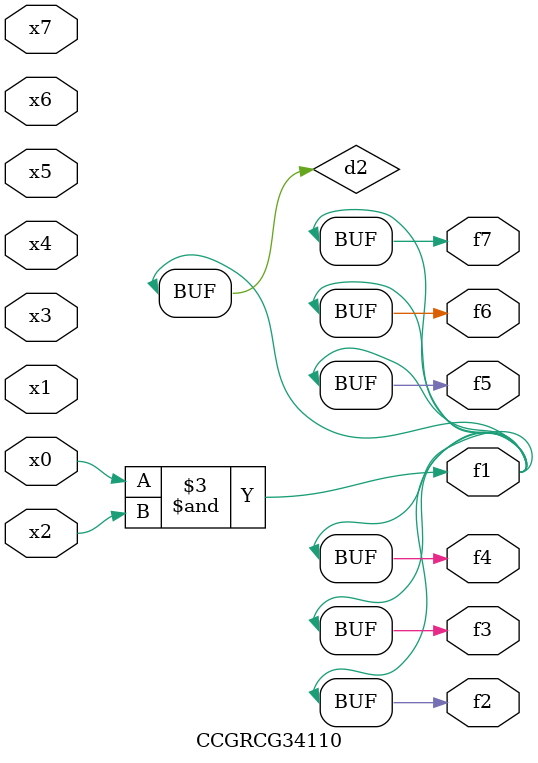
<source format=v>
module CCGRCG34110(
	input x0, x1, x2, x3, x4, x5, x6, x7,
	output f1, f2, f3, f4, f5, f6, f7
);

	wire d1, d2;

	nor (d1, x3, x6);
	and (d2, x0, x2);
	assign f1 = d2;
	assign f2 = d2;
	assign f3 = d2;
	assign f4 = d2;
	assign f5 = d2;
	assign f6 = d2;
	assign f7 = d2;
endmodule

</source>
